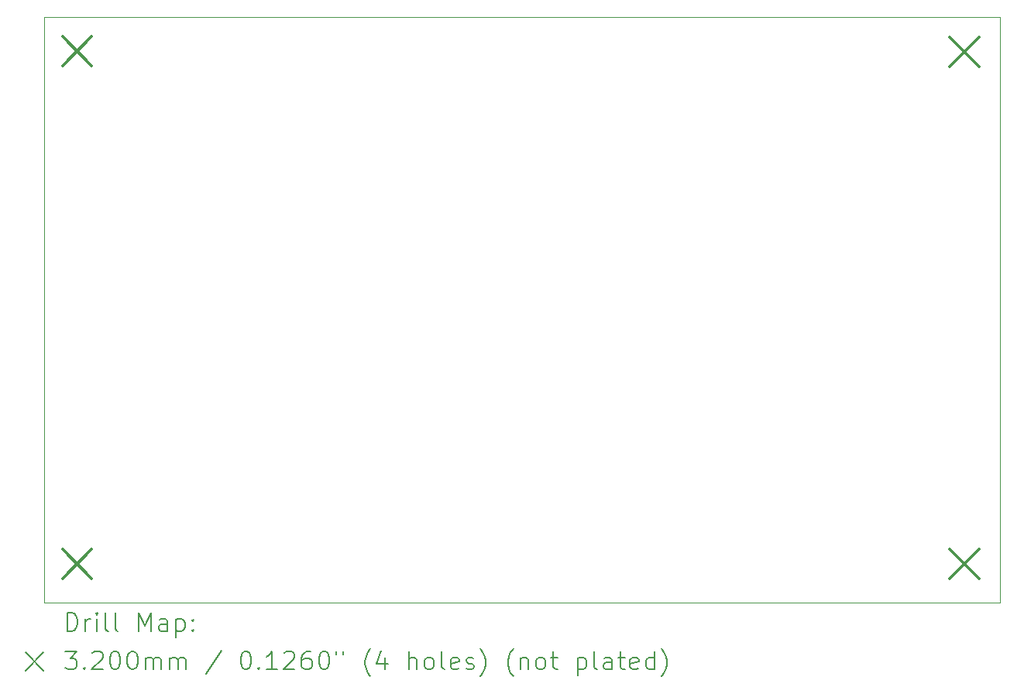
<source format=gbr>
%TF.GenerationSoftware,KiCad,Pcbnew,6.0.11-2627ca5db0~126~ubuntu20.04.1*%
%TF.CreationDate,2023-02-06T13:12:04-05:00*%
%TF.ProjectId,PowerSwitches,506f7765-7253-4776-9974-636865732e6b,rev?*%
%TF.SameCoordinates,Original*%
%TF.FileFunction,Drillmap*%
%TF.FilePolarity,Positive*%
%FSLAX45Y45*%
G04 Gerber Fmt 4.5, Leading zero omitted, Abs format (unit mm)*
G04 Created by KiCad (PCBNEW 6.0.11-2627ca5db0~126~ubuntu20.04.1) date 2023-02-06 13:12:04*
%MOMM*%
%LPD*%
G01*
G04 APERTURE LIST*
%ADD10C,0.100000*%
%ADD11C,0.200000*%
%ADD12C,0.320000*%
G04 APERTURE END LIST*
D10*
X9443600Y-4420800D02*
X19888200Y-4420800D01*
X19888200Y-4420800D02*
X19888200Y-10819200D01*
X19888200Y-10819200D02*
X9443600Y-10819200D01*
X9443600Y-10819200D02*
X9443600Y-4420800D01*
D11*
D12*
X9644400Y-4636300D02*
X9964400Y-4956300D01*
X9964400Y-4636300D02*
X9644400Y-4956300D01*
X9644400Y-10240600D02*
X9964400Y-10560600D01*
X9964400Y-10240600D02*
X9644400Y-10560600D01*
X19344400Y-4640600D02*
X19664400Y-4960600D01*
X19664400Y-4640600D02*
X19344400Y-4960600D01*
X19344400Y-10240600D02*
X19664400Y-10560600D01*
X19664400Y-10240600D02*
X19344400Y-10560600D01*
D11*
X9696219Y-11134676D02*
X9696219Y-10934676D01*
X9743838Y-10934676D01*
X9772410Y-10944200D01*
X9791457Y-10963248D01*
X9800981Y-10982295D01*
X9810505Y-11020390D01*
X9810505Y-11048962D01*
X9800981Y-11087057D01*
X9791457Y-11106105D01*
X9772410Y-11125152D01*
X9743838Y-11134676D01*
X9696219Y-11134676D01*
X9896219Y-11134676D02*
X9896219Y-11001343D01*
X9896219Y-11039438D02*
X9905743Y-11020390D01*
X9915267Y-11010867D01*
X9934314Y-11001343D01*
X9953362Y-11001343D01*
X10020029Y-11134676D02*
X10020029Y-11001343D01*
X10020029Y-10934676D02*
X10010505Y-10944200D01*
X10020029Y-10953724D01*
X10029552Y-10944200D01*
X10020029Y-10934676D01*
X10020029Y-10953724D01*
X10143838Y-11134676D02*
X10124790Y-11125152D01*
X10115267Y-11106105D01*
X10115267Y-10934676D01*
X10248600Y-11134676D02*
X10229552Y-11125152D01*
X10220029Y-11106105D01*
X10220029Y-10934676D01*
X10477171Y-11134676D02*
X10477171Y-10934676D01*
X10543838Y-11077533D01*
X10610505Y-10934676D01*
X10610505Y-11134676D01*
X10791457Y-11134676D02*
X10791457Y-11029914D01*
X10781933Y-11010867D01*
X10762886Y-11001343D01*
X10724790Y-11001343D01*
X10705743Y-11010867D01*
X10791457Y-11125152D02*
X10772410Y-11134676D01*
X10724790Y-11134676D01*
X10705743Y-11125152D01*
X10696219Y-11106105D01*
X10696219Y-11087057D01*
X10705743Y-11068010D01*
X10724790Y-11058486D01*
X10772410Y-11058486D01*
X10791457Y-11048962D01*
X10886695Y-11001343D02*
X10886695Y-11201343D01*
X10886695Y-11010867D02*
X10905743Y-11001343D01*
X10943838Y-11001343D01*
X10962886Y-11010867D01*
X10972410Y-11020390D01*
X10981933Y-11039438D01*
X10981933Y-11096581D01*
X10972410Y-11115629D01*
X10962886Y-11125152D01*
X10943838Y-11134676D01*
X10905743Y-11134676D01*
X10886695Y-11125152D01*
X11067648Y-11115629D02*
X11077171Y-11125152D01*
X11067648Y-11134676D01*
X11058124Y-11125152D01*
X11067648Y-11115629D01*
X11067648Y-11134676D01*
X11067648Y-11010867D02*
X11077171Y-11020390D01*
X11067648Y-11029914D01*
X11058124Y-11020390D01*
X11067648Y-11010867D01*
X11067648Y-11029914D01*
X9238600Y-11364200D02*
X9438600Y-11564200D01*
X9438600Y-11364200D02*
X9238600Y-11564200D01*
X9677171Y-11354676D02*
X9800981Y-11354676D01*
X9734314Y-11430867D01*
X9762886Y-11430867D01*
X9781933Y-11440390D01*
X9791457Y-11449914D01*
X9800981Y-11468962D01*
X9800981Y-11516581D01*
X9791457Y-11535628D01*
X9781933Y-11545152D01*
X9762886Y-11554676D01*
X9705743Y-11554676D01*
X9686695Y-11545152D01*
X9677171Y-11535628D01*
X9886695Y-11535628D02*
X9896219Y-11545152D01*
X9886695Y-11554676D01*
X9877171Y-11545152D01*
X9886695Y-11535628D01*
X9886695Y-11554676D01*
X9972410Y-11373724D02*
X9981933Y-11364200D01*
X10000981Y-11354676D01*
X10048600Y-11354676D01*
X10067648Y-11364200D01*
X10077171Y-11373724D01*
X10086695Y-11392771D01*
X10086695Y-11411819D01*
X10077171Y-11440390D01*
X9962886Y-11554676D01*
X10086695Y-11554676D01*
X10210505Y-11354676D02*
X10229552Y-11354676D01*
X10248600Y-11364200D01*
X10258124Y-11373724D01*
X10267648Y-11392771D01*
X10277171Y-11430867D01*
X10277171Y-11478486D01*
X10267648Y-11516581D01*
X10258124Y-11535628D01*
X10248600Y-11545152D01*
X10229552Y-11554676D01*
X10210505Y-11554676D01*
X10191457Y-11545152D01*
X10181933Y-11535628D01*
X10172410Y-11516581D01*
X10162886Y-11478486D01*
X10162886Y-11430867D01*
X10172410Y-11392771D01*
X10181933Y-11373724D01*
X10191457Y-11364200D01*
X10210505Y-11354676D01*
X10400981Y-11354676D02*
X10420029Y-11354676D01*
X10439076Y-11364200D01*
X10448600Y-11373724D01*
X10458124Y-11392771D01*
X10467648Y-11430867D01*
X10467648Y-11478486D01*
X10458124Y-11516581D01*
X10448600Y-11535628D01*
X10439076Y-11545152D01*
X10420029Y-11554676D01*
X10400981Y-11554676D01*
X10381933Y-11545152D01*
X10372410Y-11535628D01*
X10362886Y-11516581D01*
X10353362Y-11478486D01*
X10353362Y-11430867D01*
X10362886Y-11392771D01*
X10372410Y-11373724D01*
X10381933Y-11364200D01*
X10400981Y-11354676D01*
X10553362Y-11554676D02*
X10553362Y-11421343D01*
X10553362Y-11440390D02*
X10562886Y-11430867D01*
X10581933Y-11421343D01*
X10610505Y-11421343D01*
X10629552Y-11430867D01*
X10639076Y-11449914D01*
X10639076Y-11554676D01*
X10639076Y-11449914D02*
X10648600Y-11430867D01*
X10667648Y-11421343D01*
X10696219Y-11421343D01*
X10715267Y-11430867D01*
X10724790Y-11449914D01*
X10724790Y-11554676D01*
X10820029Y-11554676D02*
X10820029Y-11421343D01*
X10820029Y-11440390D02*
X10829552Y-11430867D01*
X10848600Y-11421343D01*
X10877171Y-11421343D01*
X10896219Y-11430867D01*
X10905743Y-11449914D01*
X10905743Y-11554676D01*
X10905743Y-11449914D02*
X10915267Y-11430867D01*
X10934314Y-11421343D01*
X10962886Y-11421343D01*
X10981933Y-11430867D01*
X10991457Y-11449914D01*
X10991457Y-11554676D01*
X11381933Y-11345152D02*
X11210505Y-11602295D01*
X11639076Y-11354676D02*
X11658124Y-11354676D01*
X11677171Y-11364200D01*
X11686695Y-11373724D01*
X11696219Y-11392771D01*
X11705743Y-11430867D01*
X11705743Y-11478486D01*
X11696219Y-11516581D01*
X11686695Y-11535628D01*
X11677171Y-11545152D01*
X11658124Y-11554676D01*
X11639076Y-11554676D01*
X11620028Y-11545152D01*
X11610505Y-11535628D01*
X11600981Y-11516581D01*
X11591457Y-11478486D01*
X11591457Y-11430867D01*
X11600981Y-11392771D01*
X11610505Y-11373724D01*
X11620028Y-11364200D01*
X11639076Y-11354676D01*
X11791457Y-11535628D02*
X11800981Y-11545152D01*
X11791457Y-11554676D01*
X11781933Y-11545152D01*
X11791457Y-11535628D01*
X11791457Y-11554676D01*
X11991457Y-11554676D02*
X11877171Y-11554676D01*
X11934314Y-11554676D02*
X11934314Y-11354676D01*
X11915267Y-11383248D01*
X11896219Y-11402295D01*
X11877171Y-11411819D01*
X12067648Y-11373724D02*
X12077171Y-11364200D01*
X12096219Y-11354676D01*
X12143838Y-11354676D01*
X12162886Y-11364200D01*
X12172409Y-11373724D01*
X12181933Y-11392771D01*
X12181933Y-11411819D01*
X12172409Y-11440390D01*
X12058124Y-11554676D01*
X12181933Y-11554676D01*
X12353362Y-11354676D02*
X12315267Y-11354676D01*
X12296219Y-11364200D01*
X12286695Y-11373724D01*
X12267648Y-11402295D01*
X12258124Y-11440390D01*
X12258124Y-11516581D01*
X12267648Y-11535628D01*
X12277171Y-11545152D01*
X12296219Y-11554676D01*
X12334314Y-11554676D01*
X12353362Y-11545152D01*
X12362886Y-11535628D01*
X12372409Y-11516581D01*
X12372409Y-11468962D01*
X12362886Y-11449914D01*
X12353362Y-11440390D01*
X12334314Y-11430867D01*
X12296219Y-11430867D01*
X12277171Y-11440390D01*
X12267648Y-11449914D01*
X12258124Y-11468962D01*
X12496219Y-11354676D02*
X12515267Y-11354676D01*
X12534314Y-11364200D01*
X12543838Y-11373724D01*
X12553362Y-11392771D01*
X12562886Y-11430867D01*
X12562886Y-11478486D01*
X12553362Y-11516581D01*
X12543838Y-11535628D01*
X12534314Y-11545152D01*
X12515267Y-11554676D01*
X12496219Y-11554676D01*
X12477171Y-11545152D01*
X12467648Y-11535628D01*
X12458124Y-11516581D01*
X12448600Y-11478486D01*
X12448600Y-11430867D01*
X12458124Y-11392771D01*
X12467648Y-11373724D01*
X12477171Y-11364200D01*
X12496219Y-11354676D01*
X12639076Y-11354676D02*
X12639076Y-11392771D01*
X12715267Y-11354676D02*
X12715267Y-11392771D01*
X13010505Y-11630867D02*
X13000981Y-11621343D01*
X12981933Y-11592771D01*
X12972409Y-11573724D01*
X12962886Y-11545152D01*
X12953362Y-11497533D01*
X12953362Y-11459438D01*
X12962886Y-11411819D01*
X12972409Y-11383248D01*
X12981933Y-11364200D01*
X13000981Y-11335628D01*
X13010505Y-11326105D01*
X13172409Y-11421343D02*
X13172409Y-11554676D01*
X13124790Y-11345152D02*
X13077171Y-11488009D01*
X13200981Y-11488009D01*
X13429552Y-11554676D02*
X13429552Y-11354676D01*
X13515267Y-11554676D02*
X13515267Y-11449914D01*
X13505743Y-11430867D01*
X13486695Y-11421343D01*
X13458124Y-11421343D01*
X13439076Y-11430867D01*
X13429552Y-11440390D01*
X13639076Y-11554676D02*
X13620028Y-11545152D01*
X13610505Y-11535628D01*
X13600981Y-11516581D01*
X13600981Y-11459438D01*
X13610505Y-11440390D01*
X13620028Y-11430867D01*
X13639076Y-11421343D01*
X13667648Y-11421343D01*
X13686695Y-11430867D01*
X13696219Y-11440390D01*
X13705743Y-11459438D01*
X13705743Y-11516581D01*
X13696219Y-11535628D01*
X13686695Y-11545152D01*
X13667648Y-11554676D01*
X13639076Y-11554676D01*
X13820028Y-11554676D02*
X13800981Y-11545152D01*
X13791457Y-11526105D01*
X13791457Y-11354676D01*
X13972409Y-11545152D02*
X13953362Y-11554676D01*
X13915267Y-11554676D01*
X13896219Y-11545152D01*
X13886695Y-11526105D01*
X13886695Y-11449914D01*
X13896219Y-11430867D01*
X13915267Y-11421343D01*
X13953362Y-11421343D01*
X13972409Y-11430867D01*
X13981933Y-11449914D01*
X13981933Y-11468962D01*
X13886695Y-11488009D01*
X14058124Y-11545152D02*
X14077171Y-11554676D01*
X14115267Y-11554676D01*
X14134314Y-11545152D01*
X14143838Y-11526105D01*
X14143838Y-11516581D01*
X14134314Y-11497533D01*
X14115267Y-11488009D01*
X14086695Y-11488009D01*
X14067648Y-11478486D01*
X14058124Y-11459438D01*
X14058124Y-11449914D01*
X14067648Y-11430867D01*
X14086695Y-11421343D01*
X14115267Y-11421343D01*
X14134314Y-11430867D01*
X14210505Y-11630867D02*
X14220028Y-11621343D01*
X14239076Y-11592771D01*
X14248600Y-11573724D01*
X14258124Y-11545152D01*
X14267648Y-11497533D01*
X14267648Y-11459438D01*
X14258124Y-11411819D01*
X14248600Y-11383248D01*
X14239076Y-11364200D01*
X14220028Y-11335628D01*
X14210505Y-11326105D01*
X14572409Y-11630867D02*
X14562886Y-11621343D01*
X14543838Y-11592771D01*
X14534314Y-11573724D01*
X14524790Y-11545152D01*
X14515267Y-11497533D01*
X14515267Y-11459438D01*
X14524790Y-11411819D01*
X14534314Y-11383248D01*
X14543838Y-11364200D01*
X14562886Y-11335628D01*
X14572409Y-11326105D01*
X14648600Y-11421343D02*
X14648600Y-11554676D01*
X14648600Y-11440390D02*
X14658124Y-11430867D01*
X14677171Y-11421343D01*
X14705743Y-11421343D01*
X14724790Y-11430867D01*
X14734314Y-11449914D01*
X14734314Y-11554676D01*
X14858124Y-11554676D02*
X14839076Y-11545152D01*
X14829552Y-11535628D01*
X14820028Y-11516581D01*
X14820028Y-11459438D01*
X14829552Y-11440390D01*
X14839076Y-11430867D01*
X14858124Y-11421343D01*
X14886695Y-11421343D01*
X14905743Y-11430867D01*
X14915267Y-11440390D01*
X14924790Y-11459438D01*
X14924790Y-11516581D01*
X14915267Y-11535628D01*
X14905743Y-11545152D01*
X14886695Y-11554676D01*
X14858124Y-11554676D01*
X14981933Y-11421343D02*
X15058124Y-11421343D01*
X15010505Y-11354676D02*
X15010505Y-11526105D01*
X15020028Y-11545152D01*
X15039076Y-11554676D01*
X15058124Y-11554676D01*
X15277171Y-11421343D02*
X15277171Y-11621343D01*
X15277171Y-11430867D02*
X15296219Y-11421343D01*
X15334314Y-11421343D01*
X15353362Y-11430867D01*
X15362886Y-11440390D01*
X15372409Y-11459438D01*
X15372409Y-11516581D01*
X15362886Y-11535628D01*
X15353362Y-11545152D01*
X15334314Y-11554676D01*
X15296219Y-11554676D01*
X15277171Y-11545152D01*
X15486695Y-11554676D02*
X15467648Y-11545152D01*
X15458124Y-11526105D01*
X15458124Y-11354676D01*
X15648600Y-11554676D02*
X15648600Y-11449914D01*
X15639076Y-11430867D01*
X15620028Y-11421343D01*
X15581933Y-11421343D01*
X15562886Y-11430867D01*
X15648600Y-11545152D02*
X15629552Y-11554676D01*
X15581933Y-11554676D01*
X15562886Y-11545152D01*
X15553362Y-11526105D01*
X15553362Y-11507057D01*
X15562886Y-11488009D01*
X15581933Y-11478486D01*
X15629552Y-11478486D01*
X15648600Y-11468962D01*
X15715267Y-11421343D02*
X15791457Y-11421343D01*
X15743838Y-11354676D02*
X15743838Y-11526105D01*
X15753362Y-11545152D01*
X15772409Y-11554676D01*
X15791457Y-11554676D01*
X15934314Y-11545152D02*
X15915267Y-11554676D01*
X15877171Y-11554676D01*
X15858124Y-11545152D01*
X15848600Y-11526105D01*
X15848600Y-11449914D01*
X15858124Y-11430867D01*
X15877171Y-11421343D01*
X15915267Y-11421343D01*
X15934314Y-11430867D01*
X15943838Y-11449914D01*
X15943838Y-11468962D01*
X15848600Y-11488009D01*
X16115267Y-11554676D02*
X16115267Y-11354676D01*
X16115267Y-11545152D02*
X16096219Y-11554676D01*
X16058124Y-11554676D01*
X16039076Y-11545152D01*
X16029552Y-11535628D01*
X16020028Y-11516581D01*
X16020028Y-11459438D01*
X16029552Y-11440390D01*
X16039076Y-11430867D01*
X16058124Y-11421343D01*
X16096219Y-11421343D01*
X16115267Y-11430867D01*
X16191457Y-11630867D02*
X16200981Y-11621343D01*
X16220028Y-11592771D01*
X16229552Y-11573724D01*
X16239076Y-11545152D01*
X16248600Y-11497533D01*
X16248600Y-11459438D01*
X16239076Y-11411819D01*
X16229552Y-11383248D01*
X16220028Y-11364200D01*
X16200981Y-11335628D01*
X16191457Y-11326105D01*
M02*

</source>
